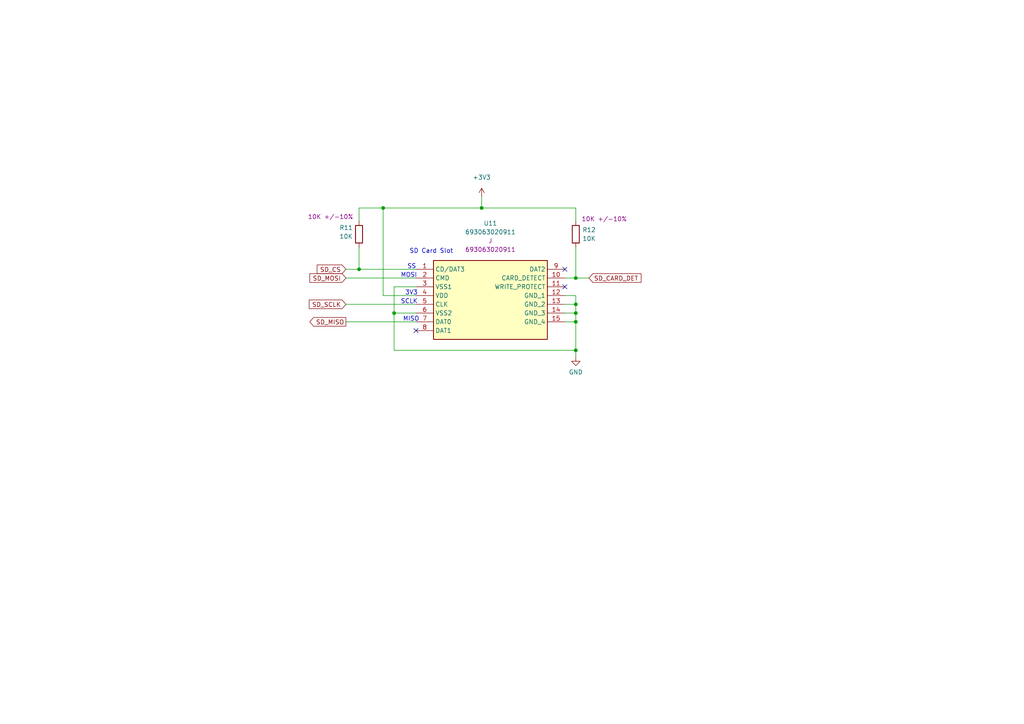
<source format=kicad_sch>
(kicad_sch (version 20250114) (generator "eeschema") (generator_version "9.0")
  (paper "A4")
  (lib_symbols
    (symbol "693063020911:693063020911"
      (property "Value" "693063020911" (at 0 0 0))
      (property "Reference_1" "J" (at 39.37 7.62 0))
      (property "Value_1" "693063020911" (at 39.37 5.08 0))
      (symbol "693063020911_1_1"
        (rectangle (start 5.08 2.54) (end 38.1 -20.32) (stroke (width 0.254)) (fill (type background)))
        (pin passive line (at 0 0 0) (length 5.08) (name "CD/DAT3") (number "1"))
        (pin passive line (at 0 -2.54 0) (length 5.08) (name "CMD") (number "2"))
        (pin passive line (at 0 -5.08 0) (length 5.08) (name "VSS1") (number "3"))
        (pin passive line (at 0 -7.62 0) (length 5.08) (name "VDD") (number "4"))
        (pin passive line (at 0 -10.16 0) (length 5.08) (name "CLK") (number "5"))
        (pin passive line (at 0 -12.7 0) (length 5.08) (name "VSS2") (number "6"))
        (pin passive line (at 0 -15.24 0) (length 5.08) (name "DAT0") (number "7"))
        (pin passive line (at 0 -17.78 0) (length 5.08) (name "DAT1") (number "8"))
        (pin passive line (at 43.18 0 180) (length 5.08) (name "DAT2") (number "9"))
        (pin passive line (at 43.18 -2.54 180) (length 5.08) (name "CARD_DETECT") (number "10"))
        (pin passive line (at 43.18 -5.08 180) (length 5.08) (name "WRITE_PROTECT") (number "11"))
        (pin passive line (at 43.18 -7.62 180) (length 5.08) (name "GND_1") (number "12"))
        (pin passive line (at 43.18 -10.16 180) (length 5.08) (name "GND_2") (number "13"))
        (pin passive line (at 43.18 -12.7 180) (length 5.08) (name "GND_3") (number "14"))
        (pin passive line (at 43.18 -15.24 180) (length 5.08) (name "GND_4") (number "15"))
      )
    )
    (symbol "Device:R" (pin_numbers (hide yes)) (pin_names (offset 0))
      (property "Reference" "R" (at 2.032 0 90))
      (property "Value" "R" (at 0 0 90))
      (symbol "R_0_1"
        (rectangle (start -1.016 -2.54) (end 1.016 2.54) (stroke (width 0.254)))
      )
      (symbol "R_1_1"
        (pin passive line (at 0 3.81 270) (length 1.27) (name "~") (number "1"))
        (pin passive line (at 0 -3.81 90) (length 1.27) (name "~") (number "2"))
      )
    )
    (symbol "power:+3.3V" (power) (pin_names (offset 0))
      (property "Value" "+3.3V" (at 0 3.556 0))
      (symbol "+3.3V_0_1"
        (polyline (pts (xy -0.762 1.27) (xy 0 2.54)))
        (polyline (pts (xy 0 2.54) (xy 0.762 1.27)))
        (polyline (pts (xy 0 0) (xy 0 2.54)))
      )
      (symbol "+3.3V_1_1"
        (pin power_in line (at 0 0 90) (length 0) (hide yes) (name "+3V3") (number "1"))
      )
    )
    (symbol "power:GND" (power) (pin_names (offset 0))
      (property "Value" "GND" (at 0 -3.81 0))
      (symbol "GND_0_1"
        (polyline (pts (xy 0 0) (xy 0 -1.27) (xy 1.27 -1.27) (xy 0 -2.54) (xy -1.27 -1.27) (xy 0 -1.27)))
      )
      (symbol "GND_1_1"
        (pin power_in line (at 0 0 270) (length 0) (hide yes) (name "GND") (number "1"))
      )
    )
  )
  (text "SCLK" (at 116.205 88.265 0) (effects (font (size 1.27 1.27)) (justify left bottom)))
  (text "MOSI" (at 116.205 80.645 0) (effects (font (size 1.27 1.27)) (justify left bottom)))
  (text "SS" (at 118.11 78.105 0) (effects (font (size 1.27 1.27)) (justify left bottom)))
  (text "3V3" (at 117.475 85.725 0) (effects (font (size 1.27 1.27)) (justify left bottom)))
  (text "SD Card Slot" (at 118.745 73.66 0) (effects (font (size 1.27 1.27)) (justify left bottom)))
  (text "MISO" (at 116.84 93.345 0) (effects (font (size 1.27 1.27)) (justify left bottom)))
  (junction (at 139.7 60.325))
  (junction (at 167.005 90.805))
  (junction (at 167.005 101.6))
  (junction (at 167.005 93.345))
  (junction (at 167.005 88.265))
  (junction (at 167.005 80.645))
  (junction (at 114.3 90.805))
  (junction (at 104.14 78.105))
  (junction (at 111.125 60.325))
  (no_connect (at 120.65 95.885))
  (no_connect (at 163.83 78.105))
  (no_connect (at 163.83 83.185))
  (wire (pts (xy 163.83 85.725) (xy 167.005 85.725)))
  (wire (pts (xy 163.83 93.345) (xy 167.005 93.345)))
  (wire (pts (xy 167.005 88.265) (xy 163.83 88.265)))
  (wire (pts (xy 100.33 80.645) (xy 120.65 80.645)))
  (wire (pts (xy 167.005 80.645) (xy 170.815 80.645)))
  (wire (pts (xy 100.33 88.265) (xy 120.65 88.265)))
  (wire (pts (xy 104.14 60.325) (xy 111.125 60.325)))
  (wire (pts (xy 100.33 78.105) (xy 104.14 78.105)))
  (wire (pts (xy 114.3 90.805) (xy 120.65 90.805)))
  (wire (pts (xy 139.7 60.325) (xy 167.005 60.325)))
  (wire (pts (xy 111.125 60.325) (xy 111.125 85.725)))
  (wire (pts (xy 167.005 90.805) (xy 167.005 93.345)))
  (wire (pts (xy 167.005 85.725) (xy 167.005 88.265)))
  (wire (pts (xy 167.005 71.755) (xy 167.005 80.645)))
  (wire (pts (xy 167.005 64.135) (xy 167.005 60.325)))
  (wire (pts (xy 104.14 71.755) (xy 104.14 78.105)))
  (wire (pts (xy 100.33 93.345) (xy 120.65 93.345)))
  (wire (pts (xy 104.14 78.105) (xy 120.65 78.105)))
  (wire (pts (xy 114.3 83.185) (xy 114.3 90.805)))
  (wire (pts (xy 167.005 88.265) (xy 167.005 90.805)))
  (wire (pts (xy 111.125 60.325) (xy 139.7 60.325)))
  (wire (pts (xy 104.14 60.325) (xy 104.14 64.135)))
  (wire (pts (xy 114.3 83.185) (xy 120.65 83.185)))
  (wire (pts (xy 167.005 101.6) (xy 167.005 103.505)))
  (wire (pts (xy 120.65 85.725) (xy 111.125 85.725)))
  (wire (pts (xy 114.3 90.805) (xy 114.3 101.6)))
  (wire (pts (xy 163.83 80.645) (xy 167.005 80.645)))
  (wire (pts (xy 167.005 93.345) (xy 167.005 101.6)))
  (wire (pts (xy 163.83 90.805) (xy 167.005 90.805)))
  (wire (pts (xy 139.7 57.15) (xy 139.7 60.325)))
  (wire (pts (xy 114.3 101.6) (xy 167.005 101.6)))
  (global_label "SD_MISO" (shape output) (at 100.33 93.345 180) (property "Intersheetrefs" "${INTERSHEET_REFS}" (effects (hide yes))))
  (global_label "SD_CARD_DET" (shape input) (at 170.815 80.645 0) (property "Intersheetrefs" "${INTERSHEET_REFS}" (effects (hide yes))))
  (global_label "SD_CS" (shape input) (at 100.33 78.105 180) (property "Intersheetrefs" "${INTERSHEET_REFS}" (effects (hide yes))))
  (global_label "SD_MOSI" (shape input) (at 100.33 80.645 180) (property "Intersheetrefs" "${INTERSHEET_REFS}" (effects (hide yes))))
  (global_label "SD_SCLK" (shape input) (at 100.33 88.265 180) (property "Intersheetrefs" "${INTERSHEET_REFS}" (effects (hide yes))))
  (symbol (lib_id "power:GND") (at 167.005 103.505 0) (unit 1)
    (property "Reference" "#PWR020" (effects (hide yes)))
    (property "Value" "GND" (at 167.005 107.95 0))
  )
  (symbol (lib_id "Device:R") (at 167.005 67.945 0) (unit 1)
    (property "Reference" "R12" (at 168.91 66.6749 0) (effects (justify left)))
    (property "Value" "10K" (at 168.91 69.2149 0) (effects (justify left)))
    (property "Footprint" "Resistor_SMD:R_0805_2012Metric" (effects (hide yes)))
    (property "Reference_1" "10K +/-10%" (at 175.26 63.5 0))
  )
  (symbol (lib_id "693063020911:693063020911") (at 120.65 78.105 0) (unit 1)
    (property "Reference" "U11" (at 142.24 64.77 0))
    (property "Value" "693063020911" (at 142.24 67.31 0))
    (property "Footprint" "6930630220911:693063020911" (effects (hide yes)))
    (property "Datasheet" "https://4donline.ihs.com/images/VipMasterIC/IC/MIDC/MIDC-S-A0011718380/MIDC-S-A0011718929-1.pdf?hkey=EF798316E3902B6ED9A73243A3159BB0" (effects (hide yes)))
    (property "Reference_1" "J" (at 142.24 69.85 0))
    (property "Value_1" "693063020911" (at 142.24 72.39 0))
    (property "Footprint_1" "693063020911" (effects (hide yes)))
    (property "Datasheet_1" "http://katalog.we-online.com/em/datasheet/693063020911.pdf" (effects (hide yes)))
    (property "Manufacturer_Name" "Wurth Elektronik" (effects (hide yes)))
    (property "Manufacturer_Part_Number" "693063020911" (effects (hide yes)))
    (property "Mouser Part Number" "710-693063020911" (effects (hide yes)))
    (property "Mouser Price/Stock" "https://www.mouser.co.uk/ProductDetail/Wurth-Elektronik/693063020911?qs=7gQLVZk5cPm1OS%252BvOh%252BXTA%3D%3D" (effects (hide yes)))
  )
  (symbol (lib_id "power:+3.3V") (at 139.7 57.15 0) (unit 1)
    (property "Reference" "#PWR019" (effects (hide yes)))
    (property "Value" "+3V3" (at 139.7 51.435 0))
  )
  (symbol (lib_id "Device:R") (at 104.14 67.945 0) (unit 1)
    (property "Reference" "R11" (at 98.425 66.04 0) (effects (justify left)))
    (property "Value" "10K" (at 98.425 68.58 0) (effects (justify left)))
    (property "Footprint" "Resistor_SMD:R_0805_2012Metric" (effects (hide yes)))
    (property "Reference_1" "10K +/-10%" (at 95.885 62.865 0))
  )
)
</source>
